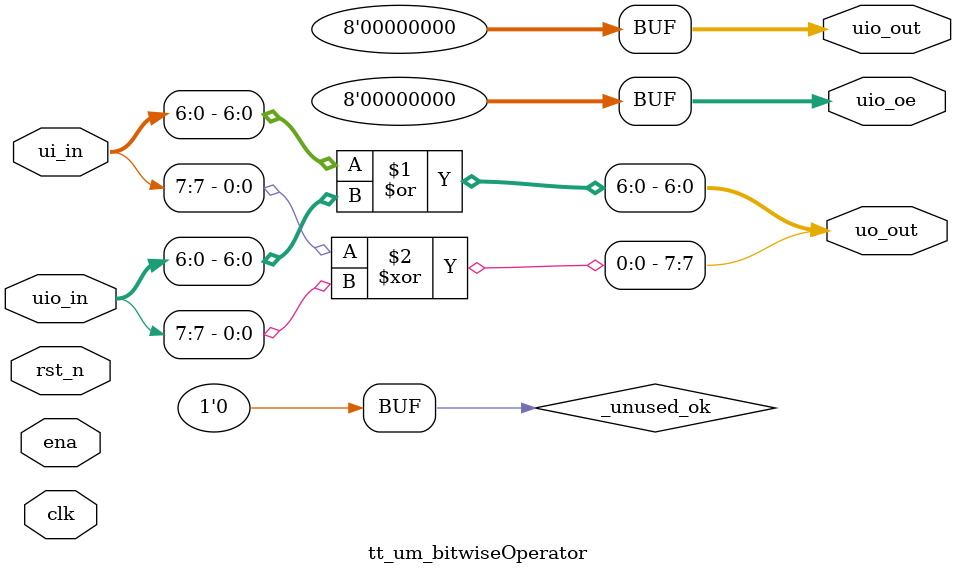
<source format=v>
/*
 * Copyright (c) 2024 Your Name
 * SPDX-License-Identifier: Apache-2.0
 */
`default_nettype none
module tt_um_bitwiseOperator (
    input  wire [7:0] ui_in,    // Dedicated inputs
    output wire [7:0] uo_out,   // Dedicated outputs
    input  wire [7:0] uio_in,   // IOs: Input path
    output wire [7:0] uio_out,  // IOs: Output path
    output wire [7:0] uio_oe,   // IOs: Enable path (active high: 0=input, 1=output)
    input  wire       ena,      // always 1 when the design is powered, so you can ignore it
    input  wire       clk,      // clock
    input  wire       rst_n     // reset_n - low to reset
);
    //actual bitwise operator
    assign uo_out[6:0] = ui_in[6:0] | uio_in[6:0]; 
    assign uo_out[7] = ui_in[7] ^ uio_in[7];
    
    assign uio_out = 0;
    assign uio_oe = 0;
    
    // Properly format the unused signals
    wire _unused_ok = &{1'b0, ena, clk, rst_n};
endmodule

</source>
